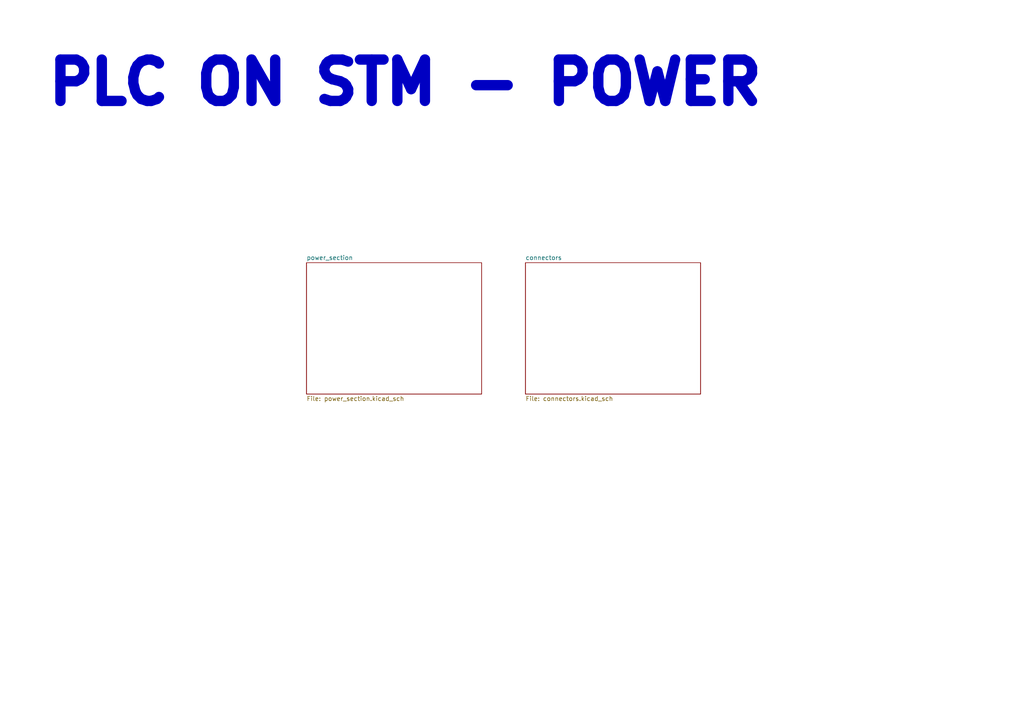
<source format=kicad_sch>
(kicad_sch
	(version 20250114)
	(generator "eeschema")
	(generator_version "9.0")
	(uuid "b652b05a-4e3d-4ad1-b032-18886abe7d45")
	(paper "A4")
	(title_block
		(title "PLC on STM - Power Shield")
		(date "2025-12-26")
		(rev "${REVISION}")
		(company "Author: Grzegorz Potocki")
	)
	(lib_symbols)
	(text "PLC ON STM - POWER"
		(exclude_from_sim no)
		(at 12.7 24.13 0)
		(effects
			(font
				(size 12 12)
				(thickness 4.8)
				(bold yes)
			)
			(justify left)
		)
		(uuid "2aad4415-7778-417b-9ea8-a680733e6546")
	)
	(sheet
		(at 88.9 76.2)
		(size 50.8 38.1)
		(exclude_from_sim no)
		(in_bom yes)
		(on_board yes)
		(dnp no)
		(fields_autoplaced yes)
		(stroke
			(width 0.1524)
			(type solid)
		)
		(fill
			(color 0 0 0 0.0000)
		)
		(uuid "41e43fed-5c1d-4ba4-a553-b31d87724d09")
		(property "Sheetname" "power_section"
			(at 88.9 75.4884 0)
			(effects
				(font
					(size 1.27 1.27)
				)
				(justify left bottom)
			)
		)
		(property "Sheetfile" "power_section.kicad_sch"
			(at 88.9 114.8846 0)
			(effects
				(font
					(size 1.27 1.27)
				)
				(justify left top)
			)
		)
		(instances
			(project "power"
				(path "/b652b05a-4e3d-4ad1-b032-18886abe7d45"
					(page "2")
				)
			)
		)
	)
	(sheet
		(at 152.4 76.2)
		(size 50.8 38.1)
		(exclude_from_sim no)
		(in_bom yes)
		(on_board yes)
		(dnp no)
		(fields_autoplaced yes)
		(stroke
			(width 0.1524)
			(type solid)
		)
		(fill
			(color 0 0 0 0.0000)
		)
		(uuid "f909b518-27ab-4d12-b500-a1759b02a86c")
		(property "Sheetname" "connectors"
			(at 152.4 75.4884 0)
			(effects
				(font
					(size 1.27 1.27)
				)
				(justify left bottom)
			)
		)
		(property "Sheetfile" "connectors.kicad_sch"
			(at 152.4 114.8846 0)
			(effects
				(font
					(size 1.27 1.27)
				)
				(justify left top)
			)
		)
		(instances
			(project "power"
				(path "/b652b05a-4e3d-4ad1-b032-18886abe7d45"
					(page "3")
				)
			)
		)
	)
	(sheet_instances
		(path "/"
			(page "1")
		)
	)
	(embedded_fonts no)
	(embedded_files
		(file
			(name "putm_frame.kicad_wks")
			(type worksheet)
			(data |KLUv/WAvCY0UAObcWyEA1TZqxSYpSnAbOsWnapwROGKZeeE9KM64wmSW/n9CwQRSAEsAVAD4Oxyb
				J+1rOdkbNb9xsXDRanbnQyvya8XCVdH2ki1/5E8AAAIk6L2cVUZpqIzfhq4RSaozfi/7dQ4BEChg
				lFKrztoX2zJ7iAAIlB+RJvRA+yEEXWKSolT/yP/7a1pX7XmRRhm89j0nPWe/GYMv9uxJfUAsfu3i
				22/vfIcXhLPXVP/1ccRg7drh9YPVk9L+7H1JUe2jdx/0POJ//JEB+OurcpitYkNewTCqH4nK6mxS
				yYTrKhtGw9AW3MM0uKqrJ6VZhegMO20WjaHZLl3HmQat8PcYOWdS9r8ONmljvwR5rtpUI9Wr5/d9
				k1qAwF+8oX3VgQKiXplVrUPNLIqo06IWyRYhXY8c8WLWjESjRCYLrEJYts3RYRitDhFNskG4hmgb
				h2rSDWLhLOJbS6Wh7XfvdALDScCh+r0x401nJz1KZaNolJLtQjGAgKAhPaUYmpIUJClkmAOARKTm
				qDqKaBj8cOU0CMQEDCAPXptjKGfrooqHvkhFQiG28qvJM4YHQAhI789Pe6CM7SBne5Vtvvq9wkcX
				nj05P3mYi4NXPJ/uUrLUtQk2w76hQgx0MktjeoBh+lxTD5IGHQ8SF9Ga45urwV0FAriFfagEhtx5
				PGHBX1CBeRAr8grmewQSn3TJNDZp6SKSo3klm1fsFkaN6NERStGPAAJ0Kkf9E0NKGKCXmflfrqck
				pBHEJ8GdTlHn24ljbxPc+WIMW/jPAgcgyPKJHrUDci3M7EQ4CER7hddwyKWAwM1vyOwMDboKEy8K
				OKN2seQXk/bQSa/Qvsl6kQcUuziiY7xUSu4KhT3mI977rkPExkevAg==|
			)
			(checksum "D28CC2D8CCEF14F2FD87317FD6BA98A1")
		)
	)
)

</source>
